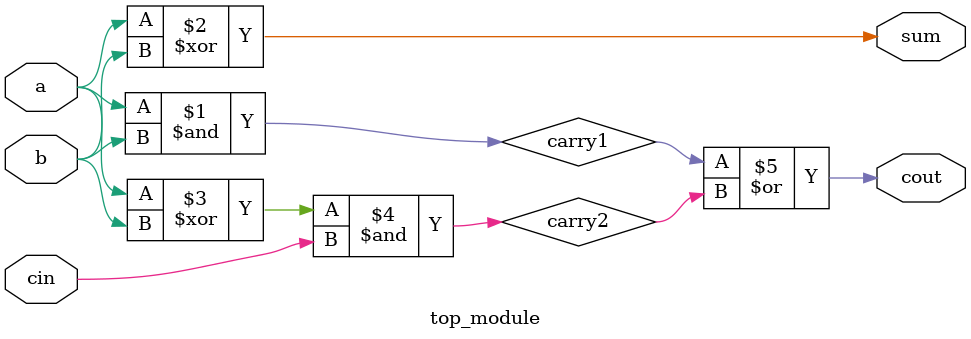
<source format=sv>
module top_module (
    input a,
    input b,
    input cin,
    output cout,
    output sum
);

    wire carry1, carry2;

    // Half Adder for a + b
    assign carry1 = a & b;
    assign sum = a ^ b;

    // Full Adder with carry-in
    assign carry2 = (a ^ b) & cin;
    assign cout = carry1 | carry2;

endmodule

</source>
